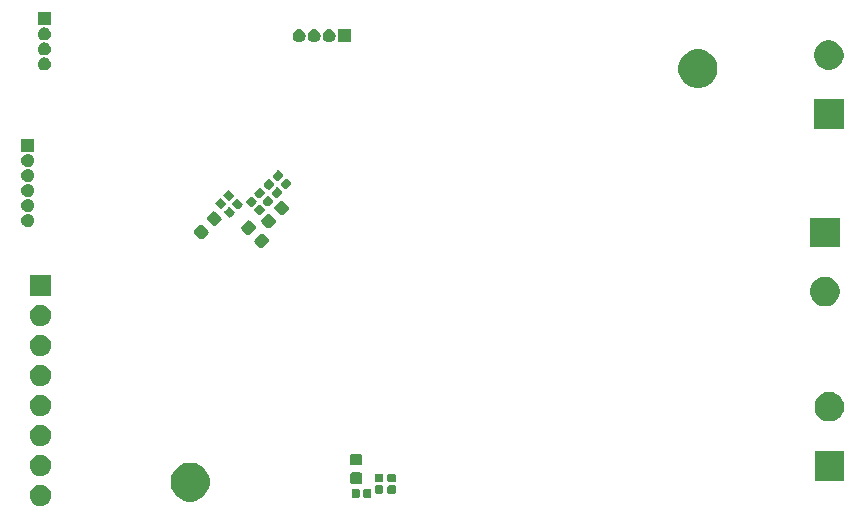
<source format=gbs>
%TF.GenerationSoftware,KiCad,Pcbnew,5.1.5-52549c5~84~ubuntu19.10.1*%
%TF.CreationDate,2019-12-19T07:38:23-05:00*%
%TF.ProjectId,bldc-controller,626c6463-2d63-46f6-9e74-726f6c6c6572,rev?*%
%TF.SameCoordinates,Original*%
%TF.FileFunction,Soldermask,Bot*%
%TF.FilePolarity,Negative*%
%FSLAX46Y46*%
G04 Gerber Fmt 4.6, Leading zero omitted, Abs format (unit mm)*
G04 Created by KiCad (PCBNEW 5.1.5-52549c5~84~ubuntu19.10.1) date 2019-12-19 07:38:23*
%MOMM*%
%LPD*%
G04 APERTURE LIST*
%ADD10C,0.100000*%
G04 APERTURE END LIST*
D10*
G36*
X20582754Y-144263817D02*
G01*
X20746689Y-144331721D01*
X20894227Y-144430303D01*
X21019697Y-144555773D01*
X21118279Y-144703311D01*
X21186183Y-144867246D01*
X21220800Y-145041279D01*
X21220800Y-145218721D01*
X21186183Y-145392754D01*
X21118279Y-145556689D01*
X21019697Y-145704227D01*
X20894227Y-145829697D01*
X20746689Y-145928279D01*
X20582754Y-145996183D01*
X20408721Y-146030800D01*
X20231279Y-146030800D01*
X20057246Y-145996183D01*
X19893311Y-145928279D01*
X19745773Y-145829697D01*
X19620303Y-145704227D01*
X19521721Y-145556689D01*
X19453817Y-145392754D01*
X19419200Y-145218721D01*
X19419200Y-145041279D01*
X19453817Y-144867246D01*
X19521721Y-144703311D01*
X19620303Y-144555773D01*
X19745773Y-144430303D01*
X19893311Y-144331721D01*
X20057246Y-144263817D01*
X20231279Y-144229200D01*
X20408721Y-144229200D01*
X20582754Y-144263817D01*
G37*
G36*
X33481521Y-142412639D02*
G01*
X33781947Y-142537080D01*
X34052324Y-142717740D01*
X34282260Y-142947676D01*
X34462920Y-143218053D01*
X34587361Y-143518479D01*
X34650800Y-143837410D01*
X34650800Y-144162590D01*
X34587361Y-144481521D01*
X34462920Y-144781947D01*
X34282260Y-145052324D01*
X34052324Y-145282260D01*
X33781947Y-145462920D01*
X33481521Y-145587361D01*
X33162590Y-145650800D01*
X32837410Y-145650800D01*
X32518479Y-145587361D01*
X32218053Y-145462920D01*
X31947676Y-145282260D01*
X31717740Y-145052324D01*
X31537080Y-144781947D01*
X31412639Y-144481521D01*
X31349200Y-144162590D01*
X31349200Y-143837410D01*
X31412639Y-143518479D01*
X31537080Y-143218053D01*
X31717740Y-142947676D01*
X31947676Y-142717740D01*
X32218053Y-142537080D01*
X32518479Y-142412639D01*
X32837410Y-142349200D01*
X33162590Y-142349200D01*
X33481521Y-142412639D01*
G37*
G36*
X47252027Y-144582275D02*
G01*
X47279650Y-144590654D01*
X47305113Y-144604264D01*
X47327425Y-144622575D01*
X47345736Y-144644887D01*
X47359346Y-144670350D01*
X47367725Y-144697973D01*
X47370800Y-144729191D01*
X47370800Y-145170809D01*
X47367725Y-145202027D01*
X47359346Y-145229650D01*
X47345736Y-145255113D01*
X47327425Y-145277425D01*
X47305113Y-145295736D01*
X47279650Y-145309346D01*
X47252027Y-145317725D01*
X47220809Y-145320800D01*
X46829191Y-145320800D01*
X46797973Y-145317725D01*
X46770350Y-145309346D01*
X46744887Y-145295736D01*
X46722575Y-145277425D01*
X46704264Y-145255113D01*
X46690654Y-145229650D01*
X46682275Y-145202027D01*
X46679200Y-145170809D01*
X46679200Y-144729191D01*
X46682275Y-144697973D01*
X46690654Y-144670350D01*
X46704264Y-144644887D01*
X46722575Y-144622575D01*
X46744887Y-144604264D01*
X46770350Y-144590654D01*
X46797973Y-144582275D01*
X46829191Y-144579200D01*
X47220809Y-144579200D01*
X47252027Y-144582275D01*
G37*
G36*
X48222027Y-144582275D02*
G01*
X48249650Y-144590654D01*
X48275113Y-144604264D01*
X48297425Y-144622575D01*
X48315736Y-144644887D01*
X48329346Y-144670350D01*
X48337725Y-144697973D01*
X48340800Y-144729191D01*
X48340800Y-145170809D01*
X48337725Y-145202027D01*
X48329346Y-145229650D01*
X48315736Y-145255113D01*
X48297425Y-145277425D01*
X48275113Y-145295736D01*
X48249650Y-145309346D01*
X48222027Y-145317725D01*
X48190809Y-145320800D01*
X47799191Y-145320800D01*
X47767973Y-145317725D01*
X47740350Y-145309346D01*
X47714887Y-145295736D01*
X47692575Y-145277425D01*
X47674264Y-145255113D01*
X47660654Y-145229650D01*
X47652275Y-145202027D01*
X47649200Y-145170809D01*
X47649200Y-144729191D01*
X47652275Y-144697973D01*
X47660654Y-144670350D01*
X47674264Y-144644887D01*
X47692575Y-144622575D01*
X47714887Y-144604264D01*
X47740350Y-144590654D01*
X47767973Y-144582275D01*
X47799191Y-144579200D01*
X48190809Y-144579200D01*
X48222027Y-144582275D01*
G37*
G36*
X49252027Y-144292275D02*
G01*
X49279650Y-144300654D01*
X49305113Y-144314264D01*
X49327425Y-144332575D01*
X49345736Y-144354887D01*
X49359346Y-144380350D01*
X49367725Y-144407973D01*
X49370800Y-144439191D01*
X49370800Y-144830809D01*
X49367725Y-144862027D01*
X49359346Y-144889650D01*
X49345736Y-144915113D01*
X49327425Y-144937425D01*
X49305113Y-144955736D01*
X49279650Y-144969346D01*
X49252027Y-144977725D01*
X49220809Y-144980800D01*
X48779191Y-144980800D01*
X48747973Y-144977725D01*
X48720350Y-144969346D01*
X48694887Y-144955736D01*
X48672575Y-144937425D01*
X48654264Y-144915113D01*
X48640654Y-144889650D01*
X48632275Y-144862027D01*
X48629200Y-144830809D01*
X48629200Y-144439191D01*
X48632275Y-144407973D01*
X48640654Y-144380350D01*
X48654264Y-144354887D01*
X48672575Y-144332575D01*
X48694887Y-144314264D01*
X48720350Y-144300654D01*
X48747973Y-144292275D01*
X48779191Y-144289200D01*
X49220809Y-144289200D01*
X49252027Y-144292275D01*
G37*
G36*
X50312027Y-144292275D02*
G01*
X50339650Y-144300654D01*
X50365113Y-144314264D01*
X50387425Y-144332575D01*
X50405736Y-144354887D01*
X50419346Y-144380350D01*
X50427725Y-144407973D01*
X50430800Y-144439191D01*
X50430800Y-144830809D01*
X50427725Y-144862027D01*
X50419346Y-144889650D01*
X50405736Y-144915113D01*
X50387425Y-144937425D01*
X50365113Y-144955736D01*
X50339650Y-144969346D01*
X50312027Y-144977725D01*
X50280809Y-144980800D01*
X49839191Y-144980800D01*
X49807973Y-144977725D01*
X49780350Y-144969346D01*
X49754887Y-144955736D01*
X49732575Y-144937425D01*
X49714264Y-144915113D01*
X49700654Y-144889650D01*
X49692275Y-144862027D01*
X49689200Y-144830809D01*
X49689200Y-144439191D01*
X49692275Y-144407973D01*
X49700654Y-144380350D01*
X49714264Y-144354887D01*
X49732575Y-144332575D01*
X49754887Y-144314264D01*
X49780350Y-144300654D01*
X49807973Y-144292275D01*
X49839191Y-144289200D01*
X50280809Y-144289200D01*
X50312027Y-144292275D01*
G37*
G36*
X47399674Y-143193643D02*
G01*
X47440667Y-143206078D01*
X47478448Y-143226273D01*
X47511556Y-143253444D01*
X47538727Y-143286552D01*
X47558922Y-143324333D01*
X47571357Y-143365326D01*
X47575800Y-143410441D01*
X47575800Y-143944559D01*
X47571357Y-143989674D01*
X47558922Y-144030667D01*
X47538727Y-144068448D01*
X47511556Y-144101556D01*
X47478448Y-144128727D01*
X47440667Y-144148922D01*
X47399674Y-144161357D01*
X47354559Y-144165800D01*
X46745441Y-144165800D01*
X46700326Y-144161357D01*
X46659333Y-144148922D01*
X46621552Y-144128727D01*
X46588444Y-144101556D01*
X46561273Y-144068448D01*
X46541078Y-144030667D01*
X46528643Y-143989674D01*
X46524200Y-143944559D01*
X46524200Y-143410441D01*
X46528643Y-143365326D01*
X46541078Y-143324333D01*
X46561273Y-143286552D01*
X46588444Y-143253444D01*
X46621552Y-143226273D01*
X46659333Y-143206078D01*
X46700326Y-143193643D01*
X46745441Y-143189200D01*
X47354559Y-143189200D01*
X47399674Y-143193643D01*
G37*
G36*
X50312027Y-143322275D02*
G01*
X50339650Y-143330654D01*
X50365113Y-143344264D01*
X50387425Y-143362575D01*
X50405736Y-143384887D01*
X50419346Y-143410350D01*
X50427725Y-143437973D01*
X50430800Y-143469191D01*
X50430800Y-143860809D01*
X50427725Y-143892027D01*
X50419346Y-143919650D01*
X50405736Y-143945113D01*
X50387425Y-143967425D01*
X50365113Y-143985736D01*
X50339650Y-143999346D01*
X50312027Y-144007725D01*
X50280809Y-144010800D01*
X49839191Y-144010800D01*
X49807973Y-144007725D01*
X49780350Y-143999346D01*
X49754887Y-143985736D01*
X49732575Y-143967425D01*
X49714264Y-143945113D01*
X49700654Y-143919650D01*
X49692275Y-143892027D01*
X49689200Y-143860809D01*
X49689200Y-143469191D01*
X49692275Y-143437973D01*
X49700654Y-143410350D01*
X49714264Y-143384887D01*
X49732575Y-143362575D01*
X49754887Y-143344264D01*
X49780350Y-143330654D01*
X49807973Y-143322275D01*
X49839191Y-143319200D01*
X50280809Y-143319200D01*
X50312027Y-143322275D01*
G37*
G36*
X49252027Y-143322275D02*
G01*
X49279650Y-143330654D01*
X49305113Y-143344264D01*
X49327425Y-143362575D01*
X49345736Y-143384887D01*
X49359346Y-143410350D01*
X49367725Y-143437973D01*
X49370800Y-143469191D01*
X49370800Y-143860809D01*
X49367725Y-143892027D01*
X49359346Y-143919650D01*
X49345736Y-143945113D01*
X49327425Y-143967425D01*
X49305113Y-143985736D01*
X49279650Y-143999346D01*
X49252027Y-144007725D01*
X49220809Y-144010800D01*
X48779191Y-144010800D01*
X48747973Y-144007725D01*
X48720350Y-143999346D01*
X48694887Y-143985736D01*
X48672575Y-143967425D01*
X48654264Y-143945113D01*
X48640654Y-143919650D01*
X48632275Y-143892027D01*
X48629200Y-143860809D01*
X48629200Y-143469191D01*
X48632275Y-143437973D01*
X48640654Y-143410350D01*
X48654264Y-143384887D01*
X48672575Y-143362575D01*
X48694887Y-143344264D01*
X48720350Y-143330654D01*
X48747973Y-143322275D01*
X48779191Y-143319200D01*
X49220809Y-143319200D01*
X49252027Y-143322275D01*
G37*
G36*
X88370800Y-143870800D02*
G01*
X85869200Y-143870800D01*
X85869200Y-141369200D01*
X88370800Y-141369200D01*
X88370800Y-143870800D01*
G37*
G36*
X20582754Y-141723817D02*
G01*
X20746689Y-141791721D01*
X20894227Y-141890303D01*
X21019697Y-142015773D01*
X21118279Y-142163311D01*
X21186183Y-142327246D01*
X21220800Y-142501279D01*
X21220800Y-142678721D01*
X21186183Y-142852754D01*
X21118279Y-143016689D01*
X21019697Y-143164227D01*
X20894227Y-143289697D01*
X20746689Y-143388279D01*
X20582754Y-143456183D01*
X20408721Y-143490800D01*
X20231279Y-143490800D01*
X20057246Y-143456183D01*
X19893311Y-143388279D01*
X19745773Y-143289697D01*
X19620303Y-143164227D01*
X19521721Y-143016689D01*
X19453817Y-142852754D01*
X19419200Y-142678721D01*
X19419200Y-142501279D01*
X19453817Y-142327246D01*
X19521721Y-142163311D01*
X19620303Y-142015773D01*
X19745773Y-141890303D01*
X19893311Y-141791721D01*
X20057246Y-141723817D01*
X20231279Y-141689200D01*
X20408721Y-141689200D01*
X20582754Y-141723817D01*
G37*
G36*
X47399674Y-141618643D02*
G01*
X47440667Y-141631078D01*
X47478448Y-141651273D01*
X47511556Y-141678444D01*
X47538727Y-141711552D01*
X47558922Y-141749333D01*
X47571357Y-141790326D01*
X47575800Y-141835441D01*
X47575800Y-142369559D01*
X47571357Y-142414674D01*
X47558922Y-142455667D01*
X47538727Y-142493448D01*
X47511556Y-142526556D01*
X47478448Y-142553727D01*
X47440667Y-142573922D01*
X47399674Y-142586357D01*
X47354559Y-142590800D01*
X46745441Y-142590800D01*
X46700326Y-142586357D01*
X46659333Y-142573922D01*
X46621552Y-142553727D01*
X46588444Y-142526556D01*
X46561273Y-142493448D01*
X46541078Y-142455667D01*
X46528643Y-142414674D01*
X46524200Y-142369559D01*
X46524200Y-141835441D01*
X46528643Y-141790326D01*
X46541078Y-141749333D01*
X46561273Y-141711552D01*
X46588444Y-141678444D01*
X46621552Y-141651273D01*
X46659333Y-141631078D01*
X46700326Y-141618643D01*
X46745441Y-141614200D01*
X47354559Y-141614200D01*
X47399674Y-141618643D01*
G37*
G36*
X20582754Y-139183817D02*
G01*
X20746689Y-139251721D01*
X20894227Y-139350303D01*
X21019697Y-139475773D01*
X21118279Y-139623311D01*
X21186183Y-139787246D01*
X21220800Y-139961279D01*
X21220800Y-140138721D01*
X21186183Y-140312754D01*
X21118279Y-140476689D01*
X21019697Y-140624227D01*
X20894227Y-140749697D01*
X20746689Y-140848279D01*
X20582754Y-140916183D01*
X20408721Y-140950800D01*
X20231279Y-140950800D01*
X20057246Y-140916183D01*
X19893311Y-140848279D01*
X19745773Y-140749697D01*
X19620303Y-140624227D01*
X19521721Y-140476689D01*
X19453817Y-140312754D01*
X19419200Y-140138721D01*
X19419200Y-139961279D01*
X19453817Y-139787246D01*
X19521721Y-139623311D01*
X19620303Y-139475773D01*
X19745773Y-139350303D01*
X19893311Y-139251721D01*
X20057246Y-139183817D01*
X20231279Y-139149200D01*
X20408721Y-139149200D01*
X20582754Y-139183817D01*
G37*
G36*
X87484845Y-136417268D02*
G01*
X87712476Y-136511555D01*
X87917340Y-136648441D01*
X88091559Y-136822660D01*
X88228445Y-137027524D01*
X88322732Y-137255155D01*
X88370800Y-137496807D01*
X88370800Y-137743193D01*
X88322732Y-137984845D01*
X88228445Y-138212476D01*
X88091559Y-138417340D01*
X87917340Y-138591559D01*
X87712476Y-138728445D01*
X87484845Y-138822732D01*
X87243193Y-138870800D01*
X86996807Y-138870800D01*
X86755155Y-138822732D01*
X86527524Y-138728445D01*
X86322660Y-138591559D01*
X86148441Y-138417340D01*
X86011555Y-138212476D01*
X85917268Y-137984845D01*
X85869200Y-137743193D01*
X85869200Y-137496807D01*
X85917268Y-137255155D01*
X86011555Y-137027524D01*
X86148441Y-136822660D01*
X86322660Y-136648441D01*
X86527524Y-136511555D01*
X86755155Y-136417268D01*
X86996807Y-136369200D01*
X87243193Y-136369200D01*
X87484845Y-136417268D01*
G37*
G36*
X20582754Y-136643817D02*
G01*
X20746689Y-136711721D01*
X20894227Y-136810303D01*
X21019697Y-136935773D01*
X21118279Y-137083311D01*
X21186183Y-137247246D01*
X21220800Y-137421279D01*
X21220800Y-137598721D01*
X21186183Y-137772754D01*
X21118279Y-137936689D01*
X21019697Y-138084227D01*
X20894227Y-138209697D01*
X20746689Y-138308279D01*
X20582754Y-138376183D01*
X20408721Y-138410800D01*
X20231279Y-138410800D01*
X20057246Y-138376183D01*
X19893311Y-138308279D01*
X19745773Y-138209697D01*
X19620303Y-138084227D01*
X19521721Y-137936689D01*
X19453817Y-137772754D01*
X19419200Y-137598721D01*
X19419200Y-137421279D01*
X19453817Y-137247246D01*
X19521721Y-137083311D01*
X19620303Y-136935773D01*
X19745773Y-136810303D01*
X19893311Y-136711721D01*
X20057246Y-136643817D01*
X20231279Y-136609200D01*
X20408721Y-136609200D01*
X20582754Y-136643817D01*
G37*
G36*
X20582754Y-134103817D02*
G01*
X20746689Y-134171721D01*
X20894227Y-134270303D01*
X21019697Y-134395773D01*
X21118279Y-134543311D01*
X21186183Y-134707246D01*
X21220800Y-134881279D01*
X21220800Y-135058721D01*
X21186183Y-135232754D01*
X21118279Y-135396689D01*
X21019697Y-135544227D01*
X20894227Y-135669697D01*
X20746689Y-135768279D01*
X20582754Y-135836183D01*
X20408721Y-135870800D01*
X20231279Y-135870800D01*
X20057246Y-135836183D01*
X19893311Y-135768279D01*
X19745773Y-135669697D01*
X19620303Y-135544227D01*
X19521721Y-135396689D01*
X19453817Y-135232754D01*
X19419200Y-135058721D01*
X19419200Y-134881279D01*
X19453817Y-134707246D01*
X19521721Y-134543311D01*
X19620303Y-134395773D01*
X19745773Y-134270303D01*
X19893311Y-134171721D01*
X20057246Y-134103817D01*
X20231279Y-134069200D01*
X20408721Y-134069200D01*
X20582754Y-134103817D01*
G37*
G36*
X20582754Y-131563817D02*
G01*
X20746689Y-131631721D01*
X20894227Y-131730303D01*
X21019697Y-131855773D01*
X21118279Y-132003311D01*
X21186183Y-132167246D01*
X21220800Y-132341279D01*
X21220800Y-132518721D01*
X21186183Y-132692754D01*
X21118279Y-132856689D01*
X21019697Y-133004227D01*
X20894227Y-133129697D01*
X20746689Y-133228279D01*
X20582754Y-133296183D01*
X20408721Y-133330800D01*
X20231279Y-133330800D01*
X20057246Y-133296183D01*
X19893311Y-133228279D01*
X19745773Y-133129697D01*
X19620303Y-133004227D01*
X19521721Y-132856689D01*
X19453817Y-132692754D01*
X19419200Y-132518721D01*
X19419200Y-132341279D01*
X19453817Y-132167246D01*
X19521721Y-132003311D01*
X19620303Y-131855773D01*
X19745773Y-131730303D01*
X19893311Y-131631721D01*
X20057246Y-131563817D01*
X20231279Y-131529200D01*
X20408721Y-131529200D01*
X20582754Y-131563817D01*
G37*
G36*
X20582754Y-129023817D02*
G01*
X20746689Y-129091721D01*
X20894227Y-129190303D01*
X21019697Y-129315773D01*
X21118279Y-129463311D01*
X21186183Y-129627246D01*
X21220800Y-129801279D01*
X21220800Y-129978721D01*
X21186183Y-130152754D01*
X21118279Y-130316689D01*
X21019697Y-130464227D01*
X20894227Y-130589697D01*
X20746689Y-130688279D01*
X20582754Y-130756183D01*
X20408721Y-130790800D01*
X20231279Y-130790800D01*
X20057246Y-130756183D01*
X19893311Y-130688279D01*
X19745773Y-130589697D01*
X19620303Y-130464227D01*
X19521721Y-130316689D01*
X19453817Y-130152754D01*
X19419200Y-129978721D01*
X19419200Y-129801279D01*
X19453817Y-129627246D01*
X19521721Y-129463311D01*
X19620303Y-129315773D01*
X19745773Y-129190303D01*
X19893311Y-129091721D01*
X20057246Y-129023817D01*
X20231279Y-128989200D01*
X20408721Y-128989200D01*
X20582754Y-129023817D01*
G37*
G36*
X87114845Y-126657268D02*
G01*
X87342476Y-126751555D01*
X87547340Y-126888441D01*
X87721559Y-127062660D01*
X87858445Y-127267524D01*
X87952732Y-127495155D01*
X88000800Y-127736807D01*
X88000800Y-127983193D01*
X87952732Y-128224845D01*
X87858445Y-128452476D01*
X87721559Y-128657340D01*
X87547340Y-128831559D01*
X87342476Y-128968445D01*
X87114845Y-129062732D01*
X86873193Y-129110800D01*
X86626807Y-129110800D01*
X86385155Y-129062732D01*
X86157524Y-128968445D01*
X85952660Y-128831559D01*
X85778441Y-128657340D01*
X85641555Y-128452476D01*
X85547268Y-128224845D01*
X85499200Y-127983193D01*
X85499200Y-127736807D01*
X85547268Y-127495155D01*
X85641555Y-127267524D01*
X85778441Y-127062660D01*
X85952660Y-126888441D01*
X86157524Y-126751555D01*
X86385155Y-126657268D01*
X86626807Y-126609200D01*
X86873193Y-126609200D01*
X87114845Y-126657268D01*
G37*
G36*
X21220800Y-128250800D02*
G01*
X19419200Y-128250800D01*
X19419200Y-126449200D01*
X21220800Y-126449200D01*
X21220800Y-128250800D01*
G37*
G36*
X39132835Y-122961669D02*
G01*
X39173828Y-122974104D01*
X39211609Y-122994299D01*
X39246656Y-123023061D01*
X39624327Y-123400732D01*
X39653089Y-123435779D01*
X39673284Y-123473560D01*
X39685719Y-123514553D01*
X39689917Y-123557177D01*
X39685719Y-123599801D01*
X39673284Y-123640794D01*
X39653089Y-123678575D01*
X39624327Y-123713622D01*
X39193622Y-124144327D01*
X39158575Y-124173089D01*
X39120794Y-124193284D01*
X39079801Y-124205719D01*
X39037177Y-124209917D01*
X38994553Y-124205719D01*
X38953560Y-124193284D01*
X38915779Y-124173089D01*
X38880732Y-124144327D01*
X38503061Y-123766656D01*
X38474299Y-123731609D01*
X38454104Y-123693828D01*
X38441669Y-123652835D01*
X38437471Y-123610211D01*
X38441669Y-123567587D01*
X38454104Y-123526594D01*
X38474299Y-123488813D01*
X38503061Y-123453766D01*
X38933766Y-123023061D01*
X38968813Y-122994299D01*
X39006594Y-122974104D01*
X39047587Y-122961669D01*
X39090211Y-122957471D01*
X39132835Y-122961669D01*
G37*
G36*
X88000800Y-124110800D02*
G01*
X85499200Y-124110800D01*
X85499200Y-121609200D01*
X88000800Y-121609200D01*
X88000800Y-124110800D01*
G37*
G36*
X33949260Y-122204822D02*
G01*
X33990253Y-122217257D01*
X34028034Y-122237452D01*
X34063081Y-122266214D01*
X34493786Y-122696919D01*
X34522548Y-122731966D01*
X34542743Y-122769747D01*
X34555178Y-122810740D01*
X34559376Y-122853364D01*
X34555178Y-122895988D01*
X34542743Y-122936981D01*
X34522548Y-122974762D01*
X34493786Y-123009809D01*
X34116115Y-123387480D01*
X34081068Y-123416242D01*
X34043287Y-123436437D01*
X34002294Y-123448872D01*
X33959670Y-123453070D01*
X33917046Y-123448872D01*
X33876053Y-123436437D01*
X33838272Y-123416242D01*
X33803225Y-123387480D01*
X33372520Y-122956775D01*
X33343758Y-122921728D01*
X33323563Y-122883947D01*
X33311128Y-122842954D01*
X33306930Y-122800330D01*
X33311128Y-122757706D01*
X33323563Y-122716713D01*
X33343758Y-122678932D01*
X33372520Y-122643885D01*
X33750191Y-122266214D01*
X33785238Y-122237452D01*
X33823019Y-122217257D01*
X33864012Y-122204822D01*
X33906636Y-122200624D01*
X33949260Y-122204822D01*
G37*
G36*
X38019141Y-121847975D02*
G01*
X38060134Y-121860410D01*
X38097915Y-121880605D01*
X38132962Y-121909367D01*
X38510633Y-122287038D01*
X38539395Y-122322085D01*
X38559590Y-122359866D01*
X38572025Y-122400859D01*
X38576223Y-122443483D01*
X38572025Y-122486107D01*
X38559590Y-122527100D01*
X38539395Y-122564881D01*
X38510633Y-122599928D01*
X38079928Y-123030633D01*
X38044881Y-123059395D01*
X38007100Y-123079590D01*
X37966107Y-123092025D01*
X37923483Y-123096223D01*
X37880859Y-123092025D01*
X37839866Y-123079590D01*
X37802085Y-123059395D01*
X37767038Y-123030633D01*
X37389367Y-122652962D01*
X37360605Y-122617915D01*
X37340410Y-122580134D01*
X37327975Y-122539141D01*
X37323777Y-122496517D01*
X37327975Y-122453893D01*
X37340410Y-122412900D01*
X37360605Y-122375119D01*
X37389367Y-122340072D01*
X37820072Y-121909367D01*
X37855119Y-121880605D01*
X37892900Y-121860410D01*
X37933893Y-121847975D01*
X37976517Y-121843777D01*
X38019141Y-121847975D01*
G37*
G36*
X39669260Y-121284822D02*
G01*
X39710253Y-121297257D01*
X39748034Y-121317452D01*
X39783081Y-121346214D01*
X40213786Y-121776919D01*
X40242548Y-121811966D01*
X40262743Y-121849747D01*
X40275178Y-121890740D01*
X40279376Y-121933364D01*
X40275178Y-121975988D01*
X40262743Y-122016981D01*
X40242548Y-122054762D01*
X40213786Y-122089809D01*
X39836115Y-122467480D01*
X39801068Y-122496242D01*
X39763287Y-122516437D01*
X39722294Y-122528872D01*
X39679670Y-122533070D01*
X39637046Y-122528872D01*
X39596053Y-122516437D01*
X39558272Y-122496242D01*
X39523225Y-122467480D01*
X39092520Y-122036775D01*
X39063758Y-122001728D01*
X39043563Y-121963947D01*
X39031128Y-121922954D01*
X39026930Y-121880330D01*
X39031128Y-121837706D01*
X39043563Y-121796713D01*
X39063758Y-121758932D01*
X39092520Y-121723885D01*
X39470191Y-121346214D01*
X39505238Y-121317452D01*
X39543019Y-121297257D01*
X39584012Y-121284822D01*
X39626636Y-121280624D01*
X39669260Y-121284822D01*
G37*
G36*
X19410663Y-121320367D02*
G01*
X19510902Y-121361887D01*
X19601116Y-121422166D01*
X19677834Y-121498884D01*
X19738113Y-121589098D01*
X19779633Y-121689337D01*
X19800800Y-121795751D01*
X19800800Y-121904249D01*
X19779633Y-122010663D01*
X19738113Y-122110902D01*
X19677834Y-122201116D01*
X19601116Y-122277834D01*
X19510902Y-122338113D01*
X19410663Y-122379633D01*
X19304249Y-122400800D01*
X19195751Y-122400800D01*
X19089337Y-122379633D01*
X18989098Y-122338113D01*
X18898884Y-122277834D01*
X18822166Y-122201116D01*
X18761887Y-122110902D01*
X18720367Y-122010663D01*
X18699200Y-121904249D01*
X18699200Y-121795751D01*
X18720367Y-121689337D01*
X18761887Y-121589098D01*
X18822166Y-121498884D01*
X18898884Y-121422166D01*
X18989098Y-121361887D01*
X19089337Y-121320367D01*
X19195751Y-121299200D01*
X19304249Y-121299200D01*
X19410663Y-121320367D01*
G37*
G36*
X35062954Y-121091128D02*
G01*
X35103947Y-121103563D01*
X35141728Y-121123758D01*
X35176775Y-121152520D01*
X35607480Y-121583225D01*
X35636242Y-121618272D01*
X35656437Y-121656053D01*
X35668872Y-121697046D01*
X35673070Y-121739670D01*
X35668872Y-121782294D01*
X35656437Y-121823287D01*
X35636242Y-121861068D01*
X35607480Y-121896115D01*
X35229809Y-122273786D01*
X35194762Y-122302548D01*
X35156981Y-122322743D01*
X35115988Y-122335178D01*
X35073364Y-122339376D01*
X35030740Y-122335178D01*
X34989747Y-122322743D01*
X34951966Y-122302548D01*
X34916919Y-122273786D01*
X34486214Y-121843081D01*
X34457452Y-121808034D01*
X34437257Y-121770253D01*
X34424822Y-121729260D01*
X34420624Y-121686636D01*
X34424822Y-121644012D01*
X34437257Y-121603019D01*
X34457452Y-121565238D01*
X34486214Y-121530191D01*
X34863885Y-121152520D01*
X34898932Y-121123758D01*
X34936713Y-121103563D01*
X34977706Y-121091128D01*
X35020330Y-121086930D01*
X35062954Y-121091128D01*
G37*
G36*
X36328102Y-120720406D02*
G01*
X36355725Y-120728785D01*
X36381188Y-120742395D01*
X36405439Y-120762297D01*
X36717703Y-121074561D01*
X36737605Y-121098812D01*
X36751215Y-121124275D01*
X36759594Y-121151898D01*
X36762424Y-121180625D01*
X36759594Y-121209352D01*
X36751215Y-121236975D01*
X36737605Y-121262438D01*
X36717703Y-121286689D01*
X36440795Y-121563597D01*
X36416544Y-121583499D01*
X36391081Y-121597109D01*
X36363458Y-121605488D01*
X36334731Y-121608318D01*
X36306004Y-121605488D01*
X36278381Y-121597109D01*
X36252918Y-121583499D01*
X36228667Y-121563597D01*
X35916403Y-121251333D01*
X35896501Y-121227082D01*
X35882891Y-121201619D01*
X35874512Y-121173996D01*
X35871682Y-121145269D01*
X35874512Y-121116542D01*
X35882891Y-121088919D01*
X35896501Y-121063456D01*
X35916403Y-121039205D01*
X36193311Y-120762297D01*
X36217562Y-120742395D01*
X36243025Y-120728785D01*
X36270648Y-120720406D01*
X36299375Y-120717576D01*
X36328102Y-120720406D01*
G37*
G36*
X40782954Y-120171128D02*
G01*
X40823947Y-120183563D01*
X40861728Y-120203758D01*
X40896775Y-120232520D01*
X41327480Y-120663225D01*
X41356242Y-120698272D01*
X41376437Y-120736053D01*
X41388872Y-120777046D01*
X41393070Y-120819670D01*
X41388872Y-120862294D01*
X41376437Y-120903287D01*
X41356242Y-120941068D01*
X41327480Y-120976115D01*
X40949809Y-121353786D01*
X40914762Y-121382548D01*
X40876981Y-121402743D01*
X40835988Y-121415178D01*
X40793364Y-121419376D01*
X40750740Y-121415178D01*
X40709747Y-121402743D01*
X40671966Y-121382548D01*
X40636919Y-121353786D01*
X40206214Y-120923081D01*
X40177452Y-120888034D01*
X40157257Y-120850253D01*
X40144822Y-120809260D01*
X40140624Y-120766636D01*
X40144822Y-120724012D01*
X40157257Y-120683019D01*
X40177452Y-120645238D01*
X40206214Y-120610191D01*
X40583885Y-120232520D01*
X40618932Y-120203758D01*
X40656713Y-120183563D01*
X40697706Y-120171128D01*
X40740330Y-120166930D01*
X40782954Y-120171128D01*
G37*
G36*
X38919352Y-120520406D02*
G01*
X38946975Y-120528785D01*
X38972438Y-120542395D01*
X38996689Y-120562297D01*
X39273597Y-120839205D01*
X39293499Y-120863456D01*
X39307109Y-120888919D01*
X39315488Y-120916542D01*
X39318318Y-120945269D01*
X39315488Y-120973996D01*
X39307109Y-121001619D01*
X39293499Y-121027082D01*
X39273597Y-121051333D01*
X38961333Y-121363597D01*
X38937082Y-121383499D01*
X38911619Y-121397109D01*
X38883996Y-121405488D01*
X38855269Y-121408318D01*
X38826542Y-121405488D01*
X38798919Y-121397109D01*
X38773456Y-121383499D01*
X38749205Y-121363597D01*
X38472297Y-121086689D01*
X38452395Y-121062438D01*
X38438785Y-121036975D01*
X38430406Y-121009352D01*
X38427576Y-120980625D01*
X38430406Y-120951898D01*
X38438785Y-120924275D01*
X38452395Y-120898812D01*
X38472297Y-120874561D01*
X38784561Y-120562297D01*
X38808812Y-120542395D01*
X38834275Y-120528785D01*
X38861898Y-120520406D01*
X38890625Y-120517576D01*
X38919352Y-120520406D01*
G37*
G36*
X19410663Y-120050367D02*
G01*
X19510902Y-120091887D01*
X19601116Y-120152166D01*
X19677834Y-120228884D01*
X19738113Y-120319098D01*
X19779633Y-120419337D01*
X19800800Y-120525751D01*
X19800800Y-120634249D01*
X19779633Y-120740663D01*
X19738113Y-120840902D01*
X19677834Y-120931116D01*
X19601116Y-121007834D01*
X19510902Y-121068113D01*
X19410663Y-121109633D01*
X19304249Y-121130800D01*
X19195751Y-121130800D01*
X19089337Y-121109633D01*
X18989098Y-121068113D01*
X18898884Y-121007834D01*
X18822166Y-120931116D01*
X18761887Y-120840902D01*
X18720367Y-120740663D01*
X18699200Y-120634249D01*
X18699200Y-120525751D01*
X18720367Y-120419337D01*
X18761887Y-120319098D01*
X18822166Y-120228884D01*
X18898884Y-120152166D01*
X18989098Y-120091887D01*
X19089337Y-120050367D01*
X19195751Y-120029200D01*
X19304249Y-120029200D01*
X19410663Y-120050367D01*
G37*
G36*
X37013996Y-120034512D02*
G01*
X37041619Y-120042891D01*
X37067082Y-120056501D01*
X37091333Y-120076403D01*
X37403597Y-120388667D01*
X37423499Y-120412918D01*
X37437109Y-120438381D01*
X37445488Y-120466004D01*
X37448318Y-120494731D01*
X37445488Y-120523458D01*
X37437109Y-120551081D01*
X37423499Y-120576544D01*
X37403597Y-120600795D01*
X37126689Y-120877703D01*
X37102438Y-120897605D01*
X37076975Y-120911215D01*
X37049352Y-120919594D01*
X37020625Y-120922424D01*
X36991898Y-120919594D01*
X36964275Y-120911215D01*
X36938812Y-120897605D01*
X36914561Y-120877703D01*
X36602297Y-120565439D01*
X36582395Y-120541188D01*
X36568785Y-120515725D01*
X36560406Y-120488102D01*
X36557576Y-120459375D01*
X36560406Y-120430648D01*
X36568785Y-120403025D01*
X36582395Y-120377562D01*
X36602297Y-120353311D01*
X36879205Y-120076403D01*
X36903456Y-120056501D01*
X36928919Y-120042891D01*
X36956542Y-120034512D01*
X36985269Y-120031682D01*
X37013996Y-120034512D01*
G37*
G36*
X35588102Y-119990406D02*
G01*
X35615725Y-119998785D01*
X35641188Y-120012395D01*
X35665439Y-120032297D01*
X35977703Y-120344561D01*
X35997605Y-120368812D01*
X36011215Y-120394275D01*
X36019594Y-120421898D01*
X36022424Y-120450625D01*
X36019594Y-120479352D01*
X36011215Y-120506975D01*
X35997605Y-120532438D01*
X35977703Y-120556689D01*
X35700795Y-120833597D01*
X35676544Y-120853499D01*
X35651081Y-120867109D01*
X35623458Y-120875488D01*
X35594731Y-120878318D01*
X35566004Y-120875488D01*
X35538381Y-120867109D01*
X35512918Y-120853499D01*
X35488667Y-120833597D01*
X35176403Y-120521333D01*
X35156501Y-120497082D01*
X35142891Y-120471619D01*
X35134512Y-120443996D01*
X35131682Y-120415269D01*
X35134512Y-120386542D01*
X35142891Y-120358919D01*
X35156501Y-120333456D01*
X35176403Y-120309205D01*
X35453311Y-120032297D01*
X35477562Y-120012395D01*
X35503025Y-119998785D01*
X35530648Y-119990406D01*
X35559375Y-119987576D01*
X35588102Y-119990406D01*
G37*
G36*
X38233458Y-119834512D02*
G01*
X38261081Y-119842891D01*
X38286544Y-119856501D01*
X38310795Y-119876403D01*
X38587703Y-120153311D01*
X38607605Y-120177562D01*
X38621215Y-120203025D01*
X38629594Y-120230648D01*
X38632424Y-120259375D01*
X38629594Y-120288102D01*
X38621215Y-120315725D01*
X38607605Y-120341188D01*
X38587703Y-120365439D01*
X38275439Y-120677703D01*
X38251188Y-120697605D01*
X38225725Y-120711215D01*
X38198102Y-120719594D01*
X38169375Y-120722424D01*
X38140648Y-120719594D01*
X38113025Y-120711215D01*
X38087562Y-120697605D01*
X38063311Y-120677703D01*
X37786403Y-120400795D01*
X37766501Y-120376544D01*
X37752891Y-120351081D01*
X37744512Y-120323458D01*
X37741682Y-120294731D01*
X37744512Y-120266004D01*
X37752891Y-120238381D01*
X37766501Y-120212918D01*
X37786403Y-120188667D01*
X38098667Y-119876403D01*
X38122918Y-119856501D01*
X38148381Y-119842891D01*
X38176004Y-119834512D01*
X38204731Y-119831682D01*
X38233458Y-119834512D01*
G37*
G36*
X39629352Y-119780406D02*
G01*
X39656975Y-119788785D01*
X39682438Y-119802395D01*
X39706689Y-119822297D01*
X39983597Y-120099205D01*
X40003499Y-120123456D01*
X40017109Y-120148919D01*
X40025488Y-120176542D01*
X40028318Y-120205269D01*
X40025488Y-120233996D01*
X40017109Y-120261619D01*
X40003499Y-120287082D01*
X39983597Y-120311333D01*
X39671333Y-120623597D01*
X39647082Y-120643499D01*
X39621619Y-120657109D01*
X39593996Y-120665488D01*
X39565269Y-120668318D01*
X39536542Y-120665488D01*
X39508919Y-120657109D01*
X39483456Y-120643499D01*
X39459205Y-120623597D01*
X39182297Y-120346689D01*
X39162395Y-120322438D01*
X39148785Y-120296975D01*
X39140406Y-120269352D01*
X39137576Y-120240625D01*
X39140406Y-120211898D01*
X39148785Y-120184275D01*
X39162395Y-120158812D01*
X39182297Y-120134561D01*
X39494561Y-119822297D01*
X39518812Y-119802395D01*
X39544275Y-119788785D01*
X39571898Y-119780406D01*
X39600625Y-119777576D01*
X39629352Y-119780406D01*
G37*
G36*
X36273996Y-119304512D02*
G01*
X36301619Y-119312891D01*
X36327082Y-119326501D01*
X36351333Y-119346403D01*
X36663597Y-119658667D01*
X36683499Y-119682918D01*
X36697109Y-119708381D01*
X36705488Y-119736004D01*
X36708318Y-119764731D01*
X36705488Y-119793458D01*
X36697109Y-119821081D01*
X36683499Y-119846544D01*
X36663597Y-119870795D01*
X36386689Y-120147703D01*
X36362438Y-120167605D01*
X36336975Y-120181215D01*
X36309352Y-120189594D01*
X36280625Y-120192424D01*
X36251898Y-120189594D01*
X36224275Y-120181215D01*
X36198812Y-120167605D01*
X36174561Y-120147703D01*
X35862297Y-119835439D01*
X35842395Y-119811188D01*
X35828785Y-119785725D01*
X35820406Y-119758102D01*
X35817576Y-119729375D01*
X35820406Y-119700648D01*
X35828785Y-119673025D01*
X35842395Y-119647562D01*
X35862297Y-119623311D01*
X36139205Y-119346403D01*
X36163456Y-119326501D01*
X36188919Y-119312891D01*
X36216542Y-119304512D01*
X36245269Y-119301682D01*
X36273996Y-119304512D01*
G37*
G36*
X38943458Y-119094512D02*
G01*
X38971081Y-119102891D01*
X38996544Y-119116501D01*
X39020795Y-119136403D01*
X39297703Y-119413311D01*
X39317605Y-119437562D01*
X39331215Y-119463025D01*
X39339594Y-119490648D01*
X39342424Y-119519375D01*
X39339594Y-119548102D01*
X39331215Y-119575725D01*
X39317605Y-119601188D01*
X39297703Y-119625439D01*
X38985439Y-119937703D01*
X38961188Y-119957605D01*
X38935725Y-119971215D01*
X38908102Y-119979594D01*
X38879375Y-119982424D01*
X38850648Y-119979594D01*
X38823025Y-119971215D01*
X38797562Y-119957605D01*
X38773311Y-119937703D01*
X38496403Y-119660795D01*
X38476501Y-119636544D01*
X38462891Y-119611081D01*
X38454512Y-119583458D01*
X38451682Y-119554731D01*
X38454512Y-119526004D01*
X38462891Y-119498381D01*
X38476501Y-119472918D01*
X38496403Y-119448667D01*
X38808667Y-119136403D01*
X38832918Y-119116501D01*
X38858381Y-119102891D01*
X38886004Y-119094512D01*
X38914731Y-119091682D01*
X38943458Y-119094512D01*
G37*
G36*
X40399352Y-119050406D02*
G01*
X40426975Y-119058785D01*
X40452438Y-119072395D01*
X40476689Y-119092297D01*
X40753597Y-119369205D01*
X40773499Y-119393456D01*
X40787109Y-119418919D01*
X40795488Y-119446542D01*
X40798318Y-119475269D01*
X40795488Y-119503996D01*
X40787109Y-119531619D01*
X40773499Y-119557082D01*
X40753597Y-119581333D01*
X40441333Y-119893597D01*
X40417082Y-119913499D01*
X40391619Y-119927109D01*
X40363996Y-119935488D01*
X40335269Y-119938318D01*
X40306542Y-119935488D01*
X40278919Y-119927109D01*
X40253456Y-119913499D01*
X40229205Y-119893597D01*
X39952297Y-119616689D01*
X39932395Y-119592438D01*
X39918785Y-119566975D01*
X39910406Y-119539352D01*
X39907576Y-119510625D01*
X39910406Y-119481898D01*
X39918785Y-119454275D01*
X39932395Y-119428812D01*
X39952297Y-119404561D01*
X40264561Y-119092297D01*
X40288812Y-119072395D01*
X40314275Y-119058785D01*
X40341898Y-119050406D01*
X40370625Y-119047576D01*
X40399352Y-119050406D01*
G37*
G36*
X19410663Y-118780367D02*
G01*
X19510902Y-118821887D01*
X19601116Y-118882166D01*
X19677834Y-118958884D01*
X19738113Y-119049098D01*
X19779633Y-119149337D01*
X19800800Y-119255751D01*
X19800800Y-119364249D01*
X19779633Y-119470663D01*
X19738113Y-119570902D01*
X19677834Y-119661116D01*
X19601116Y-119737834D01*
X19510902Y-119798113D01*
X19410663Y-119839633D01*
X19304249Y-119860800D01*
X19195751Y-119860800D01*
X19089337Y-119839633D01*
X18989098Y-119798113D01*
X18898884Y-119737834D01*
X18822166Y-119661116D01*
X18761887Y-119570902D01*
X18720367Y-119470663D01*
X18699200Y-119364249D01*
X18699200Y-119255751D01*
X18720367Y-119149337D01*
X18761887Y-119049098D01*
X18822166Y-118958884D01*
X18898884Y-118882166D01*
X18989098Y-118821887D01*
X19089337Y-118780367D01*
X19195751Y-118759200D01*
X19304249Y-118759200D01*
X19410663Y-118780367D01*
G37*
G36*
X39713458Y-118364512D02*
G01*
X39741081Y-118372891D01*
X39766544Y-118386501D01*
X39790795Y-118406403D01*
X40067703Y-118683311D01*
X40087605Y-118707562D01*
X40101215Y-118733025D01*
X40109594Y-118760648D01*
X40112424Y-118789375D01*
X40109594Y-118818102D01*
X40101215Y-118845725D01*
X40087605Y-118871188D01*
X40067703Y-118895439D01*
X39755439Y-119207703D01*
X39731188Y-119227605D01*
X39705725Y-119241215D01*
X39678102Y-119249594D01*
X39649375Y-119252424D01*
X39620648Y-119249594D01*
X39593025Y-119241215D01*
X39567562Y-119227605D01*
X39543311Y-119207703D01*
X39266403Y-118930795D01*
X39246501Y-118906544D01*
X39232891Y-118881081D01*
X39224512Y-118853458D01*
X39221682Y-118824731D01*
X39224512Y-118796004D01*
X39232891Y-118768381D01*
X39246501Y-118742918D01*
X39266403Y-118718667D01*
X39578667Y-118406403D01*
X39602918Y-118386501D01*
X39628381Y-118372891D01*
X39656004Y-118364512D01*
X39684731Y-118361682D01*
X39713458Y-118364512D01*
G37*
G36*
X41156405Y-118297459D02*
G01*
X41184028Y-118305838D01*
X41209491Y-118319448D01*
X41233742Y-118339350D01*
X41510650Y-118616258D01*
X41530552Y-118640509D01*
X41544162Y-118665972D01*
X41552541Y-118693595D01*
X41555371Y-118722322D01*
X41552541Y-118751049D01*
X41544162Y-118778672D01*
X41530552Y-118804135D01*
X41510650Y-118828386D01*
X41198386Y-119140650D01*
X41174135Y-119160552D01*
X41148672Y-119174162D01*
X41121049Y-119182541D01*
X41092322Y-119185371D01*
X41063595Y-119182541D01*
X41035972Y-119174162D01*
X41010509Y-119160552D01*
X40986258Y-119140650D01*
X40709350Y-118863742D01*
X40689448Y-118839491D01*
X40675838Y-118814028D01*
X40667459Y-118786405D01*
X40664629Y-118757678D01*
X40667459Y-118728951D01*
X40675838Y-118701328D01*
X40689448Y-118675865D01*
X40709350Y-118651614D01*
X41021614Y-118339350D01*
X41045865Y-118319448D01*
X41071328Y-118305838D01*
X41098951Y-118297459D01*
X41127678Y-118294629D01*
X41156405Y-118297459D01*
G37*
G36*
X19410663Y-117510367D02*
G01*
X19510902Y-117551887D01*
X19601116Y-117612166D01*
X19677834Y-117688884D01*
X19738113Y-117779098D01*
X19779633Y-117879337D01*
X19800800Y-117985751D01*
X19800800Y-118094249D01*
X19779633Y-118200663D01*
X19738113Y-118300902D01*
X19677834Y-118391116D01*
X19601116Y-118467834D01*
X19510902Y-118528113D01*
X19410663Y-118569633D01*
X19304249Y-118590800D01*
X19195751Y-118590800D01*
X19089337Y-118569633D01*
X18989098Y-118528113D01*
X18898884Y-118467834D01*
X18822166Y-118391116D01*
X18761887Y-118300902D01*
X18720367Y-118200663D01*
X18699200Y-118094249D01*
X18699200Y-117985751D01*
X18720367Y-117879337D01*
X18761887Y-117779098D01*
X18822166Y-117688884D01*
X18898884Y-117612166D01*
X18989098Y-117551887D01*
X19089337Y-117510367D01*
X19195751Y-117489200D01*
X19304249Y-117489200D01*
X19410663Y-117510367D01*
G37*
G36*
X40470511Y-117611565D02*
G01*
X40498134Y-117619944D01*
X40523597Y-117633554D01*
X40547848Y-117653456D01*
X40824756Y-117930364D01*
X40844658Y-117954615D01*
X40858268Y-117980078D01*
X40866647Y-118007701D01*
X40869477Y-118036428D01*
X40866647Y-118065155D01*
X40858268Y-118092778D01*
X40844658Y-118118241D01*
X40824756Y-118142492D01*
X40512492Y-118454756D01*
X40488241Y-118474658D01*
X40462778Y-118488268D01*
X40435155Y-118496647D01*
X40406428Y-118499477D01*
X40377701Y-118496647D01*
X40350078Y-118488268D01*
X40324615Y-118474658D01*
X40300364Y-118454756D01*
X40023456Y-118177848D01*
X40003554Y-118153597D01*
X39989944Y-118128134D01*
X39981565Y-118100511D01*
X39978735Y-118071784D01*
X39981565Y-118043057D01*
X39989944Y-118015434D01*
X40003554Y-117989971D01*
X40023456Y-117965720D01*
X40335720Y-117653456D01*
X40359971Y-117633554D01*
X40385434Y-117619944D01*
X40413057Y-117611565D01*
X40441784Y-117608735D01*
X40470511Y-117611565D01*
G37*
G36*
X19410663Y-116240367D02*
G01*
X19510902Y-116281887D01*
X19601116Y-116342166D01*
X19677834Y-116418884D01*
X19738113Y-116509098D01*
X19779633Y-116609337D01*
X19800800Y-116715751D01*
X19800800Y-116824249D01*
X19779633Y-116930663D01*
X19738113Y-117030902D01*
X19677834Y-117121116D01*
X19601116Y-117197834D01*
X19510902Y-117258113D01*
X19410663Y-117299633D01*
X19304249Y-117320800D01*
X19195751Y-117320800D01*
X19089337Y-117299633D01*
X18989098Y-117258113D01*
X18898884Y-117197834D01*
X18822166Y-117121116D01*
X18761887Y-117030902D01*
X18720367Y-116930663D01*
X18699200Y-116824249D01*
X18699200Y-116715751D01*
X18720367Y-116609337D01*
X18761887Y-116509098D01*
X18822166Y-116418884D01*
X18898884Y-116342166D01*
X18989098Y-116281887D01*
X19089337Y-116240367D01*
X19195751Y-116219200D01*
X19304249Y-116219200D01*
X19410663Y-116240367D01*
G37*
G36*
X19800800Y-116050800D02*
G01*
X18699200Y-116050800D01*
X18699200Y-114949200D01*
X19800800Y-114949200D01*
X19800800Y-116050800D01*
G37*
G36*
X88320800Y-114100800D02*
G01*
X85819200Y-114100800D01*
X85819200Y-111599200D01*
X88320800Y-111599200D01*
X88320800Y-114100800D01*
G37*
G36*
X76481521Y-107412639D02*
G01*
X76781947Y-107537080D01*
X77052324Y-107717740D01*
X77282260Y-107947676D01*
X77462920Y-108218053D01*
X77587361Y-108518479D01*
X77650800Y-108837410D01*
X77650800Y-109162590D01*
X77587361Y-109481521D01*
X77462920Y-109781947D01*
X77282260Y-110052324D01*
X77052324Y-110282260D01*
X76781947Y-110462920D01*
X76481521Y-110587361D01*
X76162590Y-110650800D01*
X75837410Y-110650800D01*
X75518479Y-110587361D01*
X75218053Y-110462920D01*
X74947676Y-110282260D01*
X74717740Y-110052324D01*
X74537080Y-109781947D01*
X74412639Y-109481521D01*
X74349200Y-109162590D01*
X74349200Y-108837410D01*
X74412639Y-108518479D01*
X74537080Y-108218053D01*
X74717740Y-107947676D01*
X74947676Y-107717740D01*
X75218053Y-107537080D01*
X75518479Y-107412639D01*
X75837410Y-107349200D01*
X76162590Y-107349200D01*
X76481521Y-107412639D01*
G37*
G36*
X20820663Y-108060367D02*
G01*
X20920902Y-108101887D01*
X21011116Y-108162166D01*
X21087834Y-108238884D01*
X21148113Y-108329098D01*
X21189633Y-108429337D01*
X21210800Y-108535751D01*
X21210800Y-108644249D01*
X21189633Y-108750663D01*
X21148113Y-108850902D01*
X21087834Y-108941116D01*
X21011116Y-109017834D01*
X20920902Y-109078113D01*
X20820663Y-109119633D01*
X20714249Y-109140800D01*
X20605751Y-109140800D01*
X20499337Y-109119633D01*
X20399098Y-109078113D01*
X20308884Y-109017834D01*
X20232166Y-108941116D01*
X20171887Y-108850902D01*
X20130367Y-108750663D01*
X20109200Y-108644249D01*
X20109200Y-108535751D01*
X20130367Y-108429337D01*
X20171887Y-108329098D01*
X20232166Y-108238884D01*
X20308884Y-108162166D01*
X20399098Y-108101887D01*
X20499337Y-108060367D01*
X20605751Y-108039200D01*
X20714249Y-108039200D01*
X20820663Y-108060367D01*
G37*
G36*
X87434845Y-106647268D02*
G01*
X87662476Y-106741555D01*
X87867340Y-106878441D01*
X88041559Y-107052660D01*
X88178445Y-107257524D01*
X88272732Y-107485155D01*
X88320800Y-107726807D01*
X88320800Y-107973193D01*
X88272732Y-108214845D01*
X88178445Y-108442476D01*
X88041559Y-108647340D01*
X87867340Y-108821559D01*
X87843617Y-108837410D01*
X87662476Y-108958445D01*
X87434845Y-109052732D01*
X87193193Y-109100800D01*
X86946807Y-109100800D01*
X86705155Y-109052732D01*
X86477524Y-108958445D01*
X86296383Y-108837410D01*
X86272660Y-108821559D01*
X86098441Y-108647340D01*
X85961555Y-108442476D01*
X85867268Y-108214845D01*
X85819200Y-107973193D01*
X85819200Y-107726807D01*
X85867268Y-107485155D01*
X85961555Y-107257524D01*
X86098441Y-107052660D01*
X86272660Y-106878441D01*
X86477524Y-106741555D01*
X86705155Y-106647268D01*
X86946807Y-106599200D01*
X87193193Y-106599200D01*
X87434845Y-106647268D01*
G37*
G36*
X20820663Y-106790367D02*
G01*
X20920902Y-106831887D01*
X21011116Y-106892166D01*
X21087834Y-106968884D01*
X21148113Y-107059098D01*
X21189633Y-107159337D01*
X21210800Y-107265751D01*
X21210800Y-107374249D01*
X21189633Y-107480663D01*
X21148113Y-107580902D01*
X21087834Y-107671116D01*
X21011116Y-107747834D01*
X20920902Y-107808113D01*
X20820663Y-107849633D01*
X20714249Y-107870800D01*
X20605751Y-107870800D01*
X20499337Y-107849633D01*
X20399098Y-107808113D01*
X20308884Y-107747834D01*
X20232166Y-107671116D01*
X20171887Y-107580902D01*
X20130367Y-107480663D01*
X20109200Y-107374249D01*
X20109200Y-107265751D01*
X20130367Y-107159337D01*
X20171887Y-107059098D01*
X20232166Y-106968884D01*
X20308884Y-106892166D01*
X20399098Y-106831887D01*
X20499337Y-106790367D01*
X20605751Y-106769200D01*
X20714249Y-106769200D01*
X20820663Y-106790367D01*
G37*
G36*
X43670663Y-105680367D02*
G01*
X43770902Y-105721887D01*
X43861116Y-105782166D01*
X43937834Y-105858884D01*
X43998113Y-105949098D01*
X44039633Y-106049337D01*
X44060800Y-106155751D01*
X44060800Y-106264249D01*
X44039633Y-106370663D01*
X43998113Y-106470902D01*
X43937834Y-106561116D01*
X43861116Y-106637834D01*
X43770902Y-106698113D01*
X43670663Y-106739633D01*
X43564249Y-106760800D01*
X43455751Y-106760800D01*
X43349337Y-106739633D01*
X43249098Y-106698113D01*
X43158884Y-106637834D01*
X43082166Y-106561116D01*
X43021887Y-106470902D01*
X42980367Y-106370663D01*
X42959200Y-106264249D01*
X42959200Y-106155751D01*
X42980367Y-106049337D01*
X43021887Y-105949098D01*
X43082166Y-105858884D01*
X43158884Y-105782166D01*
X43249098Y-105721887D01*
X43349337Y-105680367D01*
X43455751Y-105659200D01*
X43564249Y-105659200D01*
X43670663Y-105680367D01*
G37*
G36*
X46600800Y-106760800D02*
G01*
X45499200Y-106760800D01*
X45499200Y-105659200D01*
X46600800Y-105659200D01*
X46600800Y-106760800D01*
G37*
G36*
X44940663Y-105680367D02*
G01*
X45040902Y-105721887D01*
X45131116Y-105782166D01*
X45207834Y-105858884D01*
X45268113Y-105949098D01*
X45309633Y-106049337D01*
X45330800Y-106155751D01*
X45330800Y-106264249D01*
X45309633Y-106370663D01*
X45268113Y-106470902D01*
X45207834Y-106561116D01*
X45131116Y-106637834D01*
X45040902Y-106698113D01*
X44940663Y-106739633D01*
X44834249Y-106760800D01*
X44725751Y-106760800D01*
X44619337Y-106739633D01*
X44519098Y-106698113D01*
X44428884Y-106637834D01*
X44352166Y-106561116D01*
X44291887Y-106470902D01*
X44250367Y-106370663D01*
X44229200Y-106264249D01*
X44229200Y-106155751D01*
X44250367Y-106049337D01*
X44291887Y-105949098D01*
X44352166Y-105858884D01*
X44428884Y-105782166D01*
X44519098Y-105721887D01*
X44619337Y-105680367D01*
X44725751Y-105659200D01*
X44834249Y-105659200D01*
X44940663Y-105680367D01*
G37*
G36*
X42400663Y-105680367D02*
G01*
X42500902Y-105721887D01*
X42591116Y-105782166D01*
X42667834Y-105858884D01*
X42728113Y-105949098D01*
X42769633Y-106049337D01*
X42790800Y-106155751D01*
X42790800Y-106264249D01*
X42769633Y-106370663D01*
X42728113Y-106470902D01*
X42667834Y-106561116D01*
X42591116Y-106637834D01*
X42500902Y-106698113D01*
X42400663Y-106739633D01*
X42294249Y-106760800D01*
X42185751Y-106760800D01*
X42079337Y-106739633D01*
X41979098Y-106698113D01*
X41888884Y-106637834D01*
X41812166Y-106561116D01*
X41751887Y-106470902D01*
X41710367Y-106370663D01*
X41689200Y-106264249D01*
X41689200Y-106155751D01*
X41710367Y-106049337D01*
X41751887Y-105949098D01*
X41812166Y-105858884D01*
X41888884Y-105782166D01*
X41979098Y-105721887D01*
X42079337Y-105680367D01*
X42185751Y-105659200D01*
X42294249Y-105659200D01*
X42400663Y-105680367D01*
G37*
G36*
X20820663Y-105520367D02*
G01*
X20920902Y-105561887D01*
X21011116Y-105622166D01*
X21087834Y-105698884D01*
X21148113Y-105789098D01*
X21189633Y-105889337D01*
X21210800Y-105995751D01*
X21210800Y-106104249D01*
X21189633Y-106210663D01*
X21148113Y-106310902D01*
X21087834Y-106401116D01*
X21011116Y-106477834D01*
X20920902Y-106538113D01*
X20820663Y-106579633D01*
X20714249Y-106600800D01*
X20605751Y-106600800D01*
X20499337Y-106579633D01*
X20399098Y-106538113D01*
X20308884Y-106477834D01*
X20232166Y-106401116D01*
X20171887Y-106310902D01*
X20130367Y-106210663D01*
X20109200Y-106104249D01*
X20109200Y-105995751D01*
X20130367Y-105889337D01*
X20171887Y-105789098D01*
X20232166Y-105698884D01*
X20308884Y-105622166D01*
X20399098Y-105561887D01*
X20499337Y-105520367D01*
X20605751Y-105499200D01*
X20714249Y-105499200D01*
X20820663Y-105520367D01*
G37*
G36*
X21210800Y-105330800D02*
G01*
X20109200Y-105330800D01*
X20109200Y-104229200D01*
X21210800Y-104229200D01*
X21210800Y-105330800D01*
G37*
M02*

</source>
